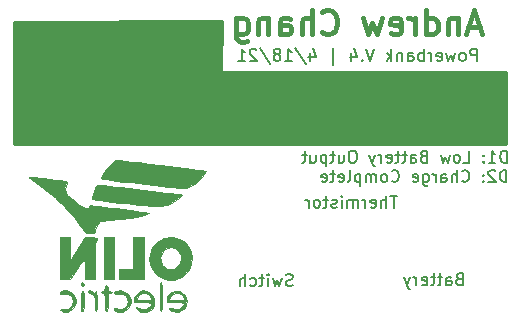
<source format=gbo>
%TF.GenerationSoftware,KiCad,Pcbnew,(5.1.8)-1*%
%TF.CreationDate,2021-04-18T19:42:35-04:00*%
%TF.ProjectId,AndrewPowerbank,416e6472-6577-4506-9f77-657262616e6b,rev?*%
%TF.SameCoordinates,Original*%
%TF.FileFunction,Legend,Bot*%
%TF.FilePolarity,Positive*%
%FSLAX46Y46*%
G04 Gerber Fmt 4.6, Leading zero omitted, Abs format (unit mm)*
G04 Created by KiCad (PCBNEW (5.1.8)-1) date 2021-04-18 19:42:35*
%MOMM*%
%LPD*%
G01*
G04 APERTURE LIST*
%ADD10C,0.150000*%
%ADD11C,0.127000*%
%ADD12C,0.381000*%
%ADD13C,0.010000*%
%ADD14C,0.254000*%
%ADD15C,0.100000*%
G04 APERTURE END LIST*
D10*
X77378533Y-87816180D02*
X77378533Y-86816180D01*
X77140438Y-86816180D01*
X76997580Y-86863800D01*
X76902342Y-86959038D01*
X76854723Y-87054276D01*
X76807104Y-87244752D01*
X76807104Y-87387609D01*
X76854723Y-87578085D01*
X76902342Y-87673323D01*
X76997580Y-87768561D01*
X77140438Y-87816180D01*
X77378533Y-87816180D01*
X75854723Y-87816180D02*
X76426152Y-87816180D01*
X76140438Y-87816180D02*
X76140438Y-86816180D01*
X76235676Y-86959038D01*
X76330914Y-87054276D01*
X76426152Y-87101895D01*
X75426152Y-87720942D02*
X75378533Y-87768561D01*
X75426152Y-87816180D01*
X75473771Y-87768561D01*
X75426152Y-87720942D01*
X75426152Y-87816180D01*
X75426152Y-87197133D02*
X75378533Y-87244752D01*
X75426152Y-87292371D01*
X75473771Y-87244752D01*
X75426152Y-87197133D01*
X75426152Y-87292371D01*
X73711866Y-87816180D02*
X74188057Y-87816180D01*
X74188057Y-86816180D01*
X73235676Y-87816180D02*
X73330914Y-87768561D01*
X73378533Y-87720942D01*
X73426152Y-87625704D01*
X73426152Y-87339990D01*
X73378533Y-87244752D01*
X73330914Y-87197133D01*
X73235676Y-87149514D01*
X73092819Y-87149514D01*
X72997580Y-87197133D01*
X72949961Y-87244752D01*
X72902342Y-87339990D01*
X72902342Y-87625704D01*
X72949961Y-87720942D01*
X72997580Y-87768561D01*
X73092819Y-87816180D01*
X73235676Y-87816180D01*
X72569009Y-87149514D02*
X72378533Y-87816180D01*
X72188057Y-87339990D01*
X71997580Y-87816180D01*
X71807104Y-87149514D01*
X70330914Y-87292371D02*
X70188057Y-87339990D01*
X70140438Y-87387609D01*
X70092819Y-87482847D01*
X70092819Y-87625704D01*
X70140438Y-87720942D01*
X70188057Y-87768561D01*
X70283295Y-87816180D01*
X70664247Y-87816180D01*
X70664247Y-86816180D01*
X70330914Y-86816180D01*
X70235676Y-86863800D01*
X70188057Y-86911419D01*
X70140438Y-87006657D01*
X70140438Y-87101895D01*
X70188057Y-87197133D01*
X70235676Y-87244752D01*
X70330914Y-87292371D01*
X70664247Y-87292371D01*
X69235676Y-87816180D02*
X69235676Y-87292371D01*
X69283295Y-87197133D01*
X69378533Y-87149514D01*
X69569009Y-87149514D01*
X69664247Y-87197133D01*
X69235676Y-87768561D02*
X69330914Y-87816180D01*
X69569009Y-87816180D01*
X69664247Y-87768561D01*
X69711866Y-87673323D01*
X69711866Y-87578085D01*
X69664247Y-87482847D01*
X69569009Y-87435228D01*
X69330914Y-87435228D01*
X69235676Y-87387609D01*
X68902342Y-87149514D02*
X68521390Y-87149514D01*
X68759485Y-86816180D02*
X68759485Y-87673323D01*
X68711866Y-87768561D01*
X68616628Y-87816180D01*
X68521390Y-87816180D01*
X68330914Y-87149514D02*
X67949961Y-87149514D01*
X68188057Y-86816180D02*
X68188057Y-87673323D01*
X68140438Y-87768561D01*
X68045200Y-87816180D01*
X67949961Y-87816180D01*
X67235676Y-87768561D02*
X67330914Y-87816180D01*
X67521390Y-87816180D01*
X67616628Y-87768561D01*
X67664247Y-87673323D01*
X67664247Y-87292371D01*
X67616628Y-87197133D01*
X67521390Y-87149514D01*
X67330914Y-87149514D01*
X67235676Y-87197133D01*
X67188057Y-87292371D01*
X67188057Y-87387609D01*
X67664247Y-87482847D01*
X66759485Y-87816180D02*
X66759485Y-87149514D01*
X66759485Y-87339990D02*
X66711866Y-87244752D01*
X66664247Y-87197133D01*
X66569009Y-87149514D01*
X66473771Y-87149514D01*
X66235676Y-87149514D02*
X65997580Y-87816180D01*
X65759485Y-87149514D02*
X65997580Y-87816180D01*
X66092819Y-88054276D01*
X66140438Y-88101895D01*
X66235676Y-88149514D01*
X64426152Y-86816180D02*
X64235676Y-86816180D01*
X64140438Y-86863800D01*
X64045200Y-86959038D01*
X63997580Y-87149514D01*
X63997580Y-87482847D01*
X64045200Y-87673323D01*
X64140438Y-87768561D01*
X64235676Y-87816180D01*
X64426152Y-87816180D01*
X64521390Y-87768561D01*
X64616628Y-87673323D01*
X64664247Y-87482847D01*
X64664247Y-87149514D01*
X64616628Y-86959038D01*
X64521390Y-86863800D01*
X64426152Y-86816180D01*
X63140438Y-87149514D02*
X63140438Y-87816180D01*
X63569009Y-87149514D02*
X63569009Y-87673323D01*
X63521390Y-87768561D01*
X63426152Y-87816180D01*
X63283295Y-87816180D01*
X63188057Y-87768561D01*
X63140438Y-87720942D01*
X62807104Y-87149514D02*
X62426152Y-87149514D01*
X62664247Y-86816180D02*
X62664247Y-87673323D01*
X62616628Y-87768561D01*
X62521390Y-87816180D01*
X62426152Y-87816180D01*
X62092819Y-87149514D02*
X62092819Y-88149514D01*
X62092819Y-87197133D02*
X61997580Y-87149514D01*
X61807104Y-87149514D01*
X61711866Y-87197133D01*
X61664247Y-87244752D01*
X61616628Y-87339990D01*
X61616628Y-87625704D01*
X61664247Y-87720942D01*
X61711866Y-87768561D01*
X61807104Y-87816180D01*
X61997580Y-87816180D01*
X62092819Y-87768561D01*
X60759485Y-87149514D02*
X60759485Y-87816180D01*
X61188057Y-87149514D02*
X61188057Y-87673323D01*
X61140438Y-87768561D01*
X61045200Y-87816180D01*
X60902342Y-87816180D01*
X60807104Y-87768561D01*
X60759485Y-87720942D01*
X60426152Y-87149514D02*
X60045200Y-87149514D01*
X60283295Y-86816180D02*
X60283295Y-87673323D01*
X60235676Y-87768561D01*
X60140438Y-87816180D01*
X60045200Y-87816180D01*
X77354723Y-89466180D02*
X77354723Y-88466180D01*
X77116628Y-88466180D01*
X76973771Y-88513800D01*
X76878533Y-88609038D01*
X76830914Y-88704276D01*
X76783295Y-88894752D01*
X76783295Y-89037609D01*
X76830914Y-89228085D01*
X76878533Y-89323323D01*
X76973771Y-89418561D01*
X77116628Y-89466180D01*
X77354723Y-89466180D01*
X76402342Y-88561419D02*
X76354723Y-88513800D01*
X76259485Y-88466180D01*
X76021390Y-88466180D01*
X75926152Y-88513800D01*
X75878533Y-88561419D01*
X75830914Y-88656657D01*
X75830914Y-88751895D01*
X75878533Y-88894752D01*
X76449961Y-89466180D01*
X75830914Y-89466180D01*
X75402342Y-89370942D02*
X75354723Y-89418561D01*
X75402342Y-89466180D01*
X75449961Y-89418561D01*
X75402342Y-89370942D01*
X75402342Y-89466180D01*
X75402342Y-88847133D02*
X75354723Y-88894752D01*
X75402342Y-88942371D01*
X75449961Y-88894752D01*
X75402342Y-88847133D01*
X75402342Y-88942371D01*
X73592819Y-89370942D02*
X73640438Y-89418561D01*
X73783295Y-89466180D01*
X73878533Y-89466180D01*
X74021390Y-89418561D01*
X74116628Y-89323323D01*
X74164247Y-89228085D01*
X74211866Y-89037609D01*
X74211866Y-88894752D01*
X74164247Y-88704276D01*
X74116628Y-88609038D01*
X74021390Y-88513800D01*
X73878533Y-88466180D01*
X73783295Y-88466180D01*
X73640438Y-88513800D01*
X73592819Y-88561419D01*
X73164247Y-89466180D02*
X73164247Y-88466180D01*
X72735676Y-89466180D02*
X72735676Y-88942371D01*
X72783295Y-88847133D01*
X72878533Y-88799514D01*
X73021390Y-88799514D01*
X73116628Y-88847133D01*
X73164247Y-88894752D01*
X71830914Y-89466180D02*
X71830914Y-88942371D01*
X71878533Y-88847133D01*
X71973771Y-88799514D01*
X72164247Y-88799514D01*
X72259485Y-88847133D01*
X71830914Y-89418561D02*
X71926152Y-89466180D01*
X72164247Y-89466180D01*
X72259485Y-89418561D01*
X72307104Y-89323323D01*
X72307104Y-89228085D01*
X72259485Y-89132847D01*
X72164247Y-89085228D01*
X71926152Y-89085228D01*
X71830914Y-89037609D01*
X71354723Y-89466180D02*
X71354723Y-88799514D01*
X71354723Y-88989990D02*
X71307104Y-88894752D01*
X71259485Y-88847133D01*
X71164247Y-88799514D01*
X71069009Y-88799514D01*
X70307104Y-88799514D02*
X70307104Y-89609038D01*
X70354723Y-89704276D01*
X70402342Y-89751895D01*
X70497580Y-89799514D01*
X70640438Y-89799514D01*
X70735676Y-89751895D01*
X70307104Y-89418561D02*
X70402342Y-89466180D01*
X70592819Y-89466180D01*
X70688057Y-89418561D01*
X70735676Y-89370942D01*
X70783295Y-89275704D01*
X70783295Y-88989990D01*
X70735676Y-88894752D01*
X70688057Y-88847133D01*
X70592819Y-88799514D01*
X70402342Y-88799514D01*
X70307104Y-88847133D01*
X69449961Y-89418561D02*
X69545200Y-89466180D01*
X69735676Y-89466180D01*
X69830914Y-89418561D01*
X69878533Y-89323323D01*
X69878533Y-88942371D01*
X69830914Y-88847133D01*
X69735676Y-88799514D01*
X69545200Y-88799514D01*
X69449961Y-88847133D01*
X69402342Y-88942371D01*
X69402342Y-89037609D01*
X69878533Y-89132847D01*
X67640438Y-89370942D02*
X67688057Y-89418561D01*
X67830914Y-89466180D01*
X67926152Y-89466180D01*
X68069009Y-89418561D01*
X68164247Y-89323323D01*
X68211866Y-89228085D01*
X68259485Y-89037609D01*
X68259485Y-88894752D01*
X68211866Y-88704276D01*
X68164247Y-88609038D01*
X68069009Y-88513800D01*
X67926152Y-88466180D01*
X67830914Y-88466180D01*
X67688057Y-88513800D01*
X67640438Y-88561419D01*
X67069009Y-89466180D02*
X67164247Y-89418561D01*
X67211866Y-89370942D01*
X67259485Y-89275704D01*
X67259485Y-88989990D01*
X67211866Y-88894752D01*
X67164247Y-88847133D01*
X67069009Y-88799514D01*
X66926152Y-88799514D01*
X66830914Y-88847133D01*
X66783295Y-88894752D01*
X66735676Y-88989990D01*
X66735676Y-89275704D01*
X66783295Y-89370942D01*
X66830914Y-89418561D01*
X66926152Y-89466180D01*
X67069009Y-89466180D01*
X66307104Y-89466180D02*
X66307104Y-88799514D01*
X66307104Y-88894752D02*
X66259485Y-88847133D01*
X66164247Y-88799514D01*
X66021390Y-88799514D01*
X65926152Y-88847133D01*
X65878533Y-88942371D01*
X65878533Y-89466180D01*
X65878533Y-88942371D02*
X65830914Y-88847133D01*
X65735676Y-88799514D01*
X65592819Y-88799514D01*
X65497580Y-88847133D01*
X65449961Y-88942371D01*
X65449961Y-89466180D01*
X64973771Y-88799514D02*
X64973771Y-89799514D01*
X64973771Y-88847133D02*
X64878533Y-88799514D01*
X64688057Y-88799514D01*
X64592819Y-88847133D01*
X64545200Y-88894752D01*
X64497580Y-88989990D01*
X64497580Y-89275704D01*
X64545200Y-89370942D01*
X64592819Y-89418561D01*
X64688057Y-89466180D01*
X64878533Y-89466180D01*
X64973771Y-89418561D01*
X63926152Y-89466180D02*
X64021390Y-89418561D01*
X64069009Y-89323323D01*
X64069009Y-88466180D01*
X63164247Y-89418561D02*
X63259485Y-89466180D01*
X63449961Y-89466180D01*
X63545200Y-89418561D01*
X63592819Y-89323323D01*
X63592819Y-88942371D01*
X63545200Y-88847133D01*
X63449961Y-88799514D01*
X63259485Y-88799514D01*
X63164247Y-88847133D01*
X63116628Y-88942371D01*
X63116628Y-89037609D01*
X63592819Y-89132847D01*
X62830914Y-88799514D02*
X62449961Y-88799514D01*
X62688057Y-88466180D02*
X62688057Y-89323323D01*
X62640438Y-89418561D01*
X62545200Y-89466180D01*
X62449961Y-89466180D01*
X61735676Y-89418561D02*
X61830914Y-89466180D01*
X62021390Y-89466180D01*
X62116628Y-89418561D01*
X62164247Y-89323323D01*
X62164247Y-88942371D01*
X62116628Y-88847133D01*
X62021390Y-88799514D01*
X61830914Y-88799514D01*
X61735676Y-88847133D01*
X61688057Y-88942371D01*
X61688057Y-89037609D01*
X62164247Y-89132847D01*
D11*
X68098246Y-90614379D02*
X67517675Y-90614379D01*
X67807960Y-91630379D02*
X67807960Y-90614379D01*
X67179008Y-91630379D02*
X67179008Y-90614379D01*
X66743580Y-91630379D02*
X66743580Y-91098188D01*
X66791960Y-91001426D01*
X66888722Y-90953045D01*
X67033865Y-90953045D01*
X67130627Y-91001426D01*
X67179008Y-91049807D01*
X65872722Y-91581998D02*
X65969484Y-91630379D01*
X66163008Y-91630379D01*
X66259770Y-91581998D01*
X66308151Y-91485236D01*
X66308151Y-91098188D01*
X66259770Y-91001426D01*
X66163008Y-90953045D01*
X65969484Y-90953045D01*
X65872722Y-91001426D01*
X65824341Y-91098188D01*
X65824341Y-91194950D01*
X66308151Y-91291712D01*
X65388913Y-91630379D02*
X65388913Y-90953045D01*
X65388913Y-91146569D02*
X65340532Y-91049807D01*
X65292151Y-91001426D01*
X65195389Y-90953045D01*
X65098627Y-90953045D01*
X64759960Y-91630379D02*
X64759960Y-90953045D01*
X64759960Y-91049807D02*
X64711580Y-91001426D01*
X64614818Y-90953045D01*
X64469675Y-90953045D01*
X64372913Y-91001426D01*
X64324532Y-91098188D01*
X64324532Y-91630379D01*
X64324532Y-91098188D02*
X64276151Y-91001426D01*
X64179389Y-90953045D01*
X64034246Y-90953045D01*
X63937484Y-91001426D01*
X63889103Y-91098188D01*
X63889103Y-91630379D01*
X63405294Y-91630379D02*
X63405294Y-90953045D01*
X63405294Y-90614379D02*
X63453675Y-90662760D01*
X63405294Y-90711140D01*
X63356913Y-90662760D01*
X63405294Y-90614379D01*
X63405294Y-90711140D01*
X62969865Y-91581998D02*
X62873103Y-91630379D01*
X62679580Y-91630379D01*
X62582818Y-91581998D01*
X62534437Y-91485236D01*
X62534437Y-91436855D01*
X62582818Y-91340093D01*
X62679580Y-91291712D01*
X62824722Y-91291712D01*
X62921484Y-91243331D01*
X62969865Y-91146569D01*
X62969865Y-91098188D01*
X62921484Y-91001426D01*
X62824722Y-90953045D01*
X62679580Y-90953045D01*
X62582818Y-91001426D01*
X62244151Y-90953045D02*
X61857103Y-90953045D01*
X62099008Y-90614379D02*
X62099008Y-91485236D01*
X62050627Y-91581998D01*
X61953865Y-91630379D01*
X61857103Y-91630379D01*
X61373294Y-91630379D02*
X61470056Y-91581998D01*
X61518437Y-91533617D01*
X61566818Y-91436855D01*
X61566818Y-91146569D01*
X61518437Y-91049807D01*
X61470056Y-91001426D01*
X61373294Y-90953045D01*
X61228151Y-90953045D01*
X61131389Y-91001426D01*
X61083008Y-91049807D01*
X61034627Y-91146569D01*
X61034627Y-91436855D01*
X61083008Y-91533617D01*
X61131389Y-91581998D01*
X61228151Y-91630379D01*
X61373294Y-91630379D01*
X60599199Y-91630379D02*
X60599199Y-90953045D01*
X60599199Y-91146569D02*
X60550818Y-91049807D01*
X60502437Y-91001426D01*
X60405675Y-90953045D01*
X60308913Y-90953045D01*
X59252394Y-98221558D02*
X59107251Y-98269939D01*
X58865346Y-98269939D01*
X58768584Y-98221558D01*
X58720203Y-98173177D01*
X58671822Y-98076415D01*
X58671822Y-97979653D01*
X58720203Y-97882891D01*
X58768584Y-97834510D01*
X58865346Y-97786129D01*
X59058870Y-97737748D01*
X59155632Y-97689367D01*
X59204013Y-97640986D01*
X59252394Y-97544224D01*
X59252394Y-97447462D01*
X59204013Y-97350700D01*
X59155632Y-97302320D01*
X59058870Y-97253939D01*
X58816965Y-97253939D01*
X58671822Y-97302320D01*
X58333156Y-97592605D02*
X58139632Y-98269939D01*
X57946108Y-97786129D01*
X57752584Y-98269939D01*
X57559060Y-97592605D01*
X57172013Y-98269939D02*
X57172013Y-97592605D01*
X57172013Y-97253939D02*
X57220394Y-97302320D01*
X57172013Y-97350700D01*
X57123632Y-97302320D01*
X57172013Y-97253939D01*
X57172013Y-97350700D01*
X56833346Y-97592605D02*
X56446299Y-97592605D01*
X56688203Y-97253939D02*
X56688203Y-98124796D01*
X56639822Y-98221558D01*
X56543060Y-98269939D01*
X56446299Y-98269939D01*
X55672203Y-98221558D02*
X55768965Y-98269939D01*
X55962489Y-98269939D01*
X56059251Y-98221558D01*
X56107632Y-98173177D01*
X56156013Y-98076415D01*
X56156013Y-97786129D01*
X56107632Y-97689367D01*
X56059251Y-97640986D01*
X55962489Y-97592605D01*
X55768965Y-97592605D01*
X55672203Y-97640986D01*
X55236775Y-98269939D02*
X55236775Y-97253939D01*
X54801346Y-98269939D02*
X54801346Y-97737748D01*
X54849727Y-97640986D01*
X54946489Y-97592605D01*
X55091632Y-97592605D01*
X55188394Y-97640986D01*
X55236775Y-97689367D01*
X73364271Y-97664088D02*
X73219128Y-97712469D01*
X73170747Y-97760850D01*
X73122366Y-97857612D01*
X73122366Y-98002755D01*
X73170747Y-98099517D01*
X73219128Y-98147898D01*
X73315890Y-98196279D01*
X73702938Y-98196279D01*
X73702938Y-97180279D01*
X73364271Y-97180279D01*
X73267509Y-97228660D01*
X73219128Y-97277040D01*
X73170747Y-97373802D01*
X73170747Y-97470564D01*
X73219128Y-97567326D01*
X73267509Y-97615707D01*
X73364271Y-97664088D01*
X73702938Y-97664088D01*
X72251509Y-98196279D02*
X72251509Y-97664088D01*
X72299890Y-97567326D01*
X72396652Y-97518945D01*
X72590176Y-97518945D01*
X72686938Y-97567326D01*
X72251509Y-98147898D02*
X72348271Y-98196279D01*
X72590176Y-98196279D01*
X72686938Y-98147898D01*
X72735319Y-98051136D01*
X72735319Y-97954374D01*
X72686938Y-97857612D01*
X72590176Y-97809231D01*
X72348271Y-97809231D01*
X72251509Y-97760850D01*
X71912842Y-97518945D02*
X71525795Y-97518945D01*
X71767700Y-97180279D02*
X71767700Y-98051136D01*
X71719319Y-98147898D01*
X71622557Y-98196279D01*
X71525795Y-98196279D01*
X71332271Y-97518945D02*
X70945223Y-97518945D01*
X71187128Y-97180279D02*
X71187128Y-98051136D01*
X71138747Y-98147898D01*
X71041985Y-98196279D01*
X70945223Y-98196279D01*
X70219509Y-98147898D02*
X70316271Y-98196279D01*
X70509795Y-98196279D01*
X70606557Y-98147898D01*
X70654938Y-98051136D01*
X70654938Y-97664088D01*
X70606557Y-97567326D01*
X70509795Y-97518945D01*
X70316271Y-97518945D01*
X70219509Y-97567326D01*
X70171128Y-97664088D01*
X70171128Y-97760850D01*
X70654938Y-97857612D01*
X69735700Y-98196279D02*
X69735700Y-97518945D01*
X69735700Y-97712469D02*
X69687319Y-97615707D01*
X69638938Y-97567326D01*
X69542176Y-97518945D01*
X69445414Y-97518945D01*
X69203509Y-97518945D02*
X68961604Y-98196279D01*
X68719700Y-97518945D02*
X68961604Y-98196279D01*
X69058366Y-98438183D01*
X69106747Y-98486564D01*
X69203509Y-98534945D01*
X74857428Y-79199619D02*
X74857428Y-78183619D01*
X74470380Y-78183619D01*
X74373619Y-78232000D01*
X74325238Y-78280380D01*
X74276857Y-78377142D01*
X74276857Y-78522285D01*
X74325238Y-78619047D01*
X74373619Y-78667428D01*
X74470380Y-78715809D01*
X74857428Y-78715809D01*
X73696285Y-79199619D02*
X73793047Y-79151238D01*
X73841428Y-79102857D01*
X73889809Y-79006095D01*
X73889809Y-78715809D01*
X73841428Y-78619047D01*
X73793047Y-78570666D01*
X73696285Y-78522285D01*
X73551142Y-78522285D01*
X73454380Y-78570666D01*
X73406000Y-78619047D01*
X73357619Y-78715809D01*
X73357619Y-79006095D01*
X73406000Y-79102857D01*
X73454380Y-79151238D01*
X73551142Y-79199619D01*
X73696285Y-79199619D01*
X73018952Y-78522285D02*
X72825428Y-79199619D01*
X72631904Y-78715809D01*
X72438380Y-79199619D01*
X72244857Y-78522285D01*
X71470761Y-79151238D02*
X71567523Y-79199619D01*
X71761047Y-79199619D01*
X71857809Y-79151238D01*
X71906190Y-79054476D01*
X71906190Y-78667428D01*
X71857809Y-78570666D01*
X71761047Y-78522285D01*
X71567523Y-78522285D01*
X71470761Y-78570666D01*
X71422380Y-78667428D01*
X71422380Y-78764190D01*
X71906190Y-78860952D01*
X70986952Y-79199619D02*
X70986952Y-78522285D01*
X70986952Y-78715809D02*
X70938571Y-78619047D01*
X70890190Y-78570666D01*
X70793428Y-78522285D01*
X70696666Y-78522285D01*
X70358000Y-79199619D02*
X70358000Y-78183619D01*
X70358000Y-78570666D02*
X70261238Y-78522285D01*
X70067714Y-78522285D01*
X69970952Y-78570666D01*
X69922571Y-78619047D01*
X69874190Y-78715809D01*
X69874190Y-79006095D01*
X69922571Y-79102857D01*
X69970952Y-79151238D01*
X70067714Y-79199619D01*
X70261238Y-79199619D01*
X70358000Y-79151238D01*
X69003333Y-79199619D02*
X69003333Y-78667428D01*
X69051714Y-78570666D01*
X69148476Y-78522285D01*
X69342000Y-78522285D01*
X69438761Y-78570666D01*
X69003333Y-79151238D02*
X69100095Y-79199619D01*
X69342000Y-79199619D01*
X69438761Y-79151238D01*
X69487142Y-79054476D01*
X69487142Y-78957714D01*
X69438761Y-78860952D01*
X69342000Y-78812571D01*
X69100095Y-78812571D01*
X69003333Y-78764190D01*
X68519523Y-78522285D02*
X68519523Y-79199619D01*
X68519523Y-78619047D02*
X68471142Y-78570666D01*
X68374380Y-78522285D01*
X68229238Y-78522285D01*
X68132476Y-78570666D01*
X68084095Y-78667428D01*
X68084095Y-79199619D01*
X67600285Y-79199619D02*
X67600285Y-78183619D01*
X67503523Y-78812571D02*
X67213238Y-79199619D01*
X67213238Y-78522285D02*
X67600285Y-78909333D01*
X66148857Y-78183619D02*
X65810190Y-79199619D01*
X65471523Y-78183619D01*
X65132857Y-79102857D02*
X65084476Y-79151238D01*
X65132857Y-79199619D01*
X65181238Y-79151238D01*
X65132857Y-79102857D01*
X65132857Y-79199619D01*
X64213619Y-78522285D02*
X64213619Y-79199619D01*
X64455523Y-78135238D02*
X64697428Y-78860952D01*
X64068476Y-78860952D01*
X62665428Y-79538285D02*
X62665428Y-78086857D01*
X60730190Y-78522285D02*
X60730190Y-79199619D01*
X60972095Y-78135238D02*
X61214000Y-78860952D01*
X60585047Y-78860952D01*
X59472285Y-78135238D02*
X60343142Y-79441523D01*
X58601428Y-79199619D02*
X59182000Y-79199619D01*
X58891714Y-79199619D02*
X58891714Y-78183619D01*
X58988476Y-78328761D01*
X59085238Y-78425523D01*
X59182000Y-78473904D01*
X58020857Y-78619047D02*
X58117619Y-78570666D01*
X58166000Y-78522285D01*
X58214380Y-78425523D01*
X58214380Y-78377142D01*
X58166000Y-78280380D01*
X58117619Y-78232000D01*
X58020857Y-78183619D01*
X57827333Y-78183619D01*
X57730571Y-78232000D01*
X57682190Y-78280380D01*
X57633809Y-78377142D01*
X57633809Y-78425523D01*
X57682190Y-78522285D01*
X57730571Y-78570666D01*
X57827333Y-78619047D01*
X58020857Y-78619047D01*
X58117619Y-78667428D01*
X58166000Y-78715809D01*
X58214380Y-78812571D01*
X58214380Y-79006095D01*
X58166000Y-79102857D01*
X58117619Y-79151238D01*
X58020857Y-79199619D01*
X57827333Y-79199619D01*
X57730571Y-79151238D01*
X57682190Y-79102857D01*
X57633809Y-79006095D01*
X57633809Y-78812571D01*
X57682190Y-78715809D01*
X57730571Y-78667428D01*
X57827333Y-78619047D01*
X56472666Y-78135238D02*
X57343523Y-79441523D01*
X56182380Y-78280380D02*
X56134000Y-78232000D01*
X56037238Y-78183619D01*
X55795333Y-78183619D01*
X55698571Y-78232000D01*
X55650190Y-78280380D01*
X55601809Y-78377142D01*
X55601809Y-78473904D01*
X55650190Y-78619047D01*
X56230761Y-79199619D01*
X55601809Y-79199619D01*
X54634190Y-79199619D02*
X55214761Y-79199619D01*
X54924476Y-79199619D02*
X54924476Y-78183619D01*
X55021238Y-78328761D01*
X55118000Y-78425523D01*
X55214761Y-78473904D01*
D12*
X75098123Y-76360866D02*
X74130504Y-76360866D01*
X75291647Y-76941438D02*
X74614314Y-74909438D01*
X73936980Y-76941438D01*
X73259647Y-75586771D02*
X73259647Y-76941438D01*
X73259647Y-75780295D02*
X73162885Y-75683533D01*
X72969361Y-75586771D01*
X72679076Y-75586771D01*
X72485552Y-75683533D01*
X72388790Y-75877057D01*
X72388790Y-76941438D01*
X70550314Y-76941438D02*
X70550314Y-74909438D01*
X70550314Y-76844676D02*
X70743838Y-76941438D01*
X71130885Y-76941438D01*
X71324409Y-76844676D01*
X71421171Y-76747914D01*
X71517933Y-76554390D01*
X71517933Y-75973819D01*
X71421171Y-75780295D01*
X71324409Y-75683533D01*
X71130885Y-75586771D01*
X70743838Y-75586771D01*
X70550314Y-75683533D01*
X69582695Y-76941438D02*
X69582695Y-75586771D01*
X69582695Y-75973819D02*
X69485933Y-75780295D01*
X69389171Y-75683533D01*
X69195647Y-75586771D01*
X69002123Y-75586771D01*
X67550695Y-76844676D02*
X67744219Y-76941438D01*
X68131266Y-76941438D01*
X68324790Y-76844676D01*
X68421552Y-76651152D01*
X68421552Y-75877057D01*
X68324790Y-75683533D01*
X68131266Y-75586771D01*
X67744219Y-75586771D01*
X67550695Y-75683533D01*
X67453933Y-75877057D01*
X67453933Y-76070580D01*
X68421552Y-76264104D01*
X66776600Y-75586771D02*
X66389552Y-76941438D01*
X66002504Y-75973819D01*
X65615457Y-76941438D01*
X65228409Y-75586771D01*
X61744980Y-76747914D02*
X61841742Y-76844676D01*
X62132028Y-76941438D01*
X62325552Y-76941438D01*
X62615838Y-76844676D01*
X62809361Y-76651152D01*
X62906123Y-76457628D01*
X63002885Y-76070580D01*
X63002885Y-75780295D01*
X62906123Y-75393247D01*
X62809361Y-75199723D01*
X62615838Y-75006200D01*
X62325552Y-74909438D01*
X62132028Y-74909438D01*
X61841742Y-75006200D01*
X61744980Y-75102961D01*
X60874123Y-76941438D02*
X60874123Y-74909438D01*
X60003266Y-76941438D02*
X60003266Y-75877057D01*
X60100028Y-75683533D01*
X60293552Y-75586771D01*
X60583838Y-75586771D01*
X60777361Y-75683533D01*
X60874123Y-75780295D01*
X58164790Y-76941438D02*
X58164790Y-75877057D01*
X58261552Y-75683533D01*
X58455076Y-75586771D01*
X58842123Y-75586771D01*
X59035647Y-75683533D01*
X58164790Y-76844676D02*
X58358314Y-76941438D01*
X58842123Y-76941438D01*
X59035647Y-76844676D01*
X59132409Y-76651152D01*
X59132409Y-76457628D01*
X59035647Y-76264104D01*
X58842123Y-76167342D01*
X58358314Y-76167342D01*
X58164790Y-76070580D01*
X57197171Y-75586771D02*
X57197171Y-76941438D01*
X57197171Y-75780295D02*
X57100409Y-75683533D01*
X56906885Y-75586771D01*
X56616600Y-75586771D01*
X56423076Y-75683533D01*
X56326314Y-75877057D01*
X56326314Y-76941438D01*
X54487838Y-75586771D02*
X54487838Y-77231723D01*
X54584600Y-77425247D01*
X54681361Y-77522009D01*
X54874885Y-77618771D01*
X55165171Y-77618771D01*
X55358695Y-77522009D01*
X54487838Y-76844676D02*
X54681361Y-76941438D01*
X55068409Y-76941438D01*
X55261933Y-76844676D01*
X55358695Y-76747914D01*
X55455457Y-76554390D01*
X55455457Y-75973819D01*
X55358695Y-75780295D01*
X55261933Y-75683533D01*
X55068409Y-75586771D01*
X54681361Y-75586771D01*
X54487838Y-75683533D01*
D13*
%TO.C,G\u002A\u002A\u002A*%
G36*
X49337268Y-98662934D02*
G01*
X48991491Y-98777067D01*
X48738191Y-98996087D01*
X48608836Y-99288444D01*
X48598667Y-99403388D01*
X48598667Y-99652667D01*
X49318333Y-99652667D01*
X49714430Y-99664317D01*
X49953924Y-99705379D01*
X50048329Y-99785013D01*
X50009161Y-99912384D01*
X49860548Y-100084119D01*
X49628996Y-100205888D01*
X49312919Y-100226331D01*
X48965058Y-100143276D01*
X48916167Y-100122977D01*
X48794856Y-100108126D01*
X48768000Y-100189962D01*
X48846680Y-100304792D01*
X49059107Y-100402556D01*
X49085500Y-100410215D01*
X49345626Y-100476132D01*
X49516504Y-100486217D01*
X49671124Y-100433136D01*
X49842097Y-100334214D01*
X50120345Y-100106892D01*
X50260488Y-99826159D01*
X50292000Y-99522766D01*
X50264316Y-99327122D01*
X50038000Y-99327122D01*
X50019339Y-99407363D01*
X49940339Y-99454469D01*
X49766475Y-99476935D01*
X49463224Y-99483253D01*
X49403000Y-99483333D01*
X49099450Y-99478637D01*
X48874910Y-99466214D01*
X48770767Y-99448565D01*
X48768000Y-99444984D01*
X48799381Y-99348183D01*
X48867182Y-99188954D01*
X49028529Y-98998076D01*
X49264485Y-98899274D01*
X49529223Y-98887139D01*
X49776917Y-98956264D01*
X49961739Y-99101241D01*
X50037864Y-99316661D01*
X50038000Y-99327122D01*
X50264316Y-99327122D01*
X50257925Y-99281962D01*
X50133207Y-99066735D01*
X49993303Y-98913702D01*
X49796969Y-98734198D01*
X49638056Y-98655671D01*
X49443968Y-98650371D01*
X49337268Y-98662934D01*
G37*
X49337268Y-98662934D02*
X48991491Y-98777067D01*
X48738191Y-98996087D01*
X48608836Y-99288444D01*
X48598667Y-99403388D01*
X48598667Y-99652667D01*
X49318333Y-99652667D01*
X49714430Y-99664317D01*
X49953924Y-99705379D01*
X50048329Y-99785013D01*
X50009161Y-99912384D01*
X49860548Y-100084119D01*
X49628996Y-100205888D01*
X49312919Y-100226331D01*
X48965058Y-100143276D01*
X48916167Y-100122977D01*
X48794856Y-100108126D01*
X48768000Y-100189962D01*
X48846680Y-100304792D01*
X49059107Y-100402556D01*
X49085500Y-100410215D01*
X49345626Y-100476132D01*
X49516504Y-100486217D01*
X49671124Y-100433136D01*
X49842097Y-100334214D01*
X50120345Y-100106892D01*
X50260488Y-99826159D01*
X50292000Y-99522766D01*
X50264316Y-99327122D01*
X50038000Y-99327122D01*
X50019339Y-99407363D01*
X49940339Y-99454469D01*
X49766475Y-99476935D01*
X49463224Y-99483253D01*
X49403000Y-99483333D01*
X49099450Y-99478637D01*
X48874910Y-99466214D01*
X48770767Y-99448565D01*
X48768000Y-99444984D01*
X48799381Y-99348183D01*
X48867182Y-99188954D01*
X49028529Y-98998076D01*
X49264485Y-98899274D01*
X49529223Y-98887139D01*
X49776917Y-98956264D01*
X49961739Y-99101241D01*
X50037864Y-99316661D01*
X50038000Y-99327122D01*
X50264316Y-99327122D01*
X50257925Y-99281962D01*
X50133207Y-99066735D01*
X49993303Y-98913702D01*
X49796969Y-98734198D01*
X49638056Y-98655671D01*
X49443968Y-98650371D01*
X49337268Y-98662934D01*
G36*
X46382538Y-98706188D02*
G01*
X46134661Y-98881753D01*
X45928323Y-99114749D01*
X45813776Y-99356244D01*
X45804667Y-99432533D01*
X45804667Y-99652667D01*
X46566667Y-99652667D01*
X46953186Y-99662109D01*
X47212344Y-99688977D01*
X47325284Y-99731079D01*
X47328667Y-99741182D01*
X47273598Y-99856111D01*
X47139180Y-100018840D01*
X47120849Y-100037515D01*
X46843472Y-100205031D01*
X46516651Y-100240931D01*
X46203376Y-100140221D01*
X46162172Y-100113532D01*
X46026319Y-100029174D01*
X45978838Y-100050057D01*
X45974000Y-100117852D01*
X46045868Y-100228565D01*
X46221582Y-100350142D01*
X46441309Y-100450064D01*
X46645212Y-100495810D01*
X46669781Y-100496019D01*
X46816648Y-100461827D01*
X47031023Y-100382737D01*
X47056669Y-100371774D01*
X47336636Y-100174025D01*
X47495364Y-99902379D01*
X47541552Y-99591520D01*
X47502327Y-99376948D01*
X47323505Y-99376948D01*
X47212612Y-99446950D01*
X46954912Y-99478319D01*
X46693667Y-99483333D01*
X46367488Y-99478742D01*
X46175999Y-99459308D01*
X46084675Y-99416538D01*
X46058992Y-99341937D01*
X46058667Y-99327122D01*
X46130692Y-99108172D01*
X46315875Y-98956701D01*
X46567876Y-98883314D01*
X46840357Y-98898617D01*
X47086978Y-99013217D01*
X47156035Y-99075965D01*
X47300382Y-99257043D01*
X47323505Y-99376948D01*
X47502327Y-99376948D01*
X47483897Y-99276137D01*
X47331095Y-98990916D01*
X47091845Y-98770544D01*
X46774842Y-98649708D01*
X46621700Y-98636983D01*
X46382538Y-98706188D01*
G37*
X46382538Y-98706188D02*
X46134661Y-98881753D01*
X45928323Y-99114749D01*
X45813776Y-99356244D01*
X45804667Y-99432533D01*
X45804667Y-99652667D01*
X46566667Y-99652667D01*
X46953186Y-99662109D01*
X47212344Y-99688977D01*
X47325284Y-99731079D01*
X47328667Y-99741182D01*
X47273598Y-99856111D01*
X47139180Y-100018840D01*
X47120849Y-100037515D01*
X46843472Y-100205031D01*
X46516651Y-100240931D01*
X46203376Y-100140221D01*
X46162172Y-100113532D01*
X46026319Y-100029174D01*
X45978838Y-100050057D01*
X45974000Y-100117852D01*
X46045868Y-100228565D01*
X46221582Y-100350142D01*
X46441309Y-100450064D01*
X46645212Y-100495810D01*
X46669781Y-100496019D01*
X46816648Y-100461827D01*
X47031023Y-100382737D01*
X47056669Y-100371774D01*
X47336636Y-100174025D01*
X47495364Y-99902379D01*
X47541552Y-99591520D01*
X47502327Y-99376948D01*
X47323505Y-99376948D01*
X47212612Y-99446950D01*
X46954912Y-99478319D01*
X46693667Y-99483333D01*
X46367488Y-99478742D01*
X46175999Y-99459308D01*
X46084675Y-99416538D01*
X46058992Y-99341937D01*
X46058667Y-99327122D01*
X46130692Y-99108172D01*
X46315875Y-98956701D01*
X46567876Y-98883314D01*
X46840357Y-98898617D01*
X47086978Y-99013217D01*
X47156035Y-99075965D01*
X47300382Y-99257043D01*
X47323505Y-99376948D01*
X47502327Y-99376948D01*
X47483897Y-99276137D01*
X47331095Y-98990916D01*
X47091845Y-98770544D01*
X46774842Y-98649708D01*
X46621700Y-98636983D01*
X46382538Y-98706188D01*
G36*
X44356528Y-98692103D02*
G01*
X44316521Y-98708880D01*
X44144314Y-98813377D01*
X44131121Y-98887815D01*
X44267774Y-98921854D01*
X44495895Y-98911187D01*
X44862527Y-98931098D01*
X45123850Y-99078694D01*
X45269287Y-99345185D01*
X45296667Y-99576613D01*
X45223769Y-99882594D01*
X45031952Y-100108038D01*
X44761530Y-100230015D01*
X44452818Y-100225593D01*
X44275101Y-100157688D01*
X44147415Y-100113852D01*
X44111411Y-100187469D01*
X44111333Y-100195024D01*
X44134306Y-100308308D01*
X44232237Y-100379119D01*
X44448648Y-100435985D01*
X44492333Y-100444744D01*
X44762989Y-100444801D01*
X45010637Y-100378688D01*
X45329957Y-100157809D01*
X45510542Y-99841645D01*
X45550667Y-99555657D01*
X45477281Y-99217558D01*
X45282745Y-98935786D01*
X45005488Y-98736707D01*
X44683939Y-98646690D01*
X44356528Y-98692103D01*
G37*
X44356528Y-98692103D02*
X44316521Y-98708880D01*
X44144314Y-98813377D01*
X44131121Y-98887815D01*
X44267774Y-98921854D01*
X44495895Y-98911187D01*
X44862527Y-98931098D01*
X45123850Y-99078694D01*
X45269287Y-99345185D01*
X45296667Y-99576613D01*
X45223769Y-99882594D01*
X45031952Y-100108038D01*
X44761530Y-100230015D01*
X44452818Y-100225593D01*
X44275101Y-100157688D01*
X44147415Y-100113852D01*
X44111411Y-100187469D01*
X44111333Y-100195024D01*
X44134306Y-100308308D01*
X44232237Y-100379119D01*
X44448648Y-100435985D01*
X44492333Y-100444744D01*
X44762989Y-100444801D01*
X45010637Y-100378688D01*
X45329957Y-100157809D01*
X45510542Y-99841645D01*
X45550667Y-99555657D01*
X45477281Y-99217558D01*
X45282745Y-98935786D01*
X45005488Y-98736707D01*
X44683939Y-98646690D01*
X44356528Y-98692103D01*
G36*
X39673258Y-98688058D02*
G01*
X39556496Y-98792136D01*
X39539333Y-98855275D01*
X39592485Y-98931498D01*
X39769204Y-98924969D01*
X39790219Y-98920923D01*
X40161753Y-98908926D01*
X40444454Y-99035616D01*
X40597923Y-99229829D01*
X40684248Y-99552563D01*
X40602673Y-99857873D01*
X40424533Y-100079570D01*
X40246782Y-100204975D01*
X40039882Y-100237097D01*
X39881363Y-100222655D01*
X39645474Y-100214423D01*
X39547271Y-100258818D01*
X39597997Y-100338361D01*
X39756512Y-100416762D01*
X39935328Y-100478192D01*
X40066623Y-100484497D01*
X40230999Y-100430405D01*
X40353971Y-100377674D01*
X40672082Y-100159162D01*
X40852017Y-99843509D01*
X40894000Y-99540694D01*
X40818344Y-99198059D01*
X40617383Y-98915052D01*
X40330124Y-98718919D01*
X39995578Y-98636907D01*
X39673258Y-98688058D01*
G37*
X39673258Y-98688058D02*
X39556496Y-98792136D01*
X39539333Y-98855275D01*
X39592485Y-98931498D01*
X39769204Y-98924969D01*
X39790219Y-98920923D01*
X40161753Y-98908926D01*
X40444454Y-99035616D01*
X40597923Y-99229829D01*
X40684248Y-99552563D01*
X40602673Y-99857873D01*
X40424533Y-100079570D01*
X40246782Y-100204975D01*
X40039882Y-100237097D01*
X39881363Y-100222655D01*
X39645474Y-100214423D01*
X39547271Y-100258818D01*
X39597997Y-100338361D01*
X39756512Y-100416762D01*
X39935328Y-100478192D01*
X40066623Y-100484497D01*
X40230999Y-100430405D01*
X40353971Y-100377674D01*
X40672082Y-100159162D01*
X40852017Y-99843509D01*
X40894000Y-99540694D01*
X40818344Y-99198059D01*
X40617383Y-98915052D01*
X40330124Y-98718919D01*
X39995578Y-98636907D01*
X39673258Y-98688058D01*
G36*
X48055760Y-98041396D02*
G01*
X48029321Y-98277491D01*
X48012394Y-98652484D01*
X48006024Y-99151235D01*
X48006000Y-99187000D01*
X48011660Y-99693154D01*
X48027942Y-100076516D01*
X48053804Y-100321951D01*
X48088200Y-100414321D01*
X48090667Y-100414667D01*
X48125574Y-100332604D01*
X48152013Y-100096508D01*
X48168939Y-99721516D01*
X48175310Y-99222764D01*
X48175333Y-99187000D01*
X48169674Y-98680846D01*
X48153392Y-98297483D01*
X48127530Y-98052048D01*
X48093133Y-97959679D01*
X48090667Y-97959333D01*
X48055760Y-98041396D01*
G37*
X48055760Y-98041396D02*
X48029321Y-98277491D01*
X48012394Y-98652484D01*
X48006024Y-99151235D01*
X48006000Y-99187000D01*
X48011660Y-99693154D01*
X48027942Y-100076516D01*
X48053804Y-100321951D01*
X48088200Y-100414321D01*
X48090667Y-100414667D01*
X48125574Y-100332604D01*
X48152013Y-100096508D01*
X48168939Y-99721516D01*
X48175310Y-99222764D01*
X48175333Y-99187000D01*
X48169674Y-98680846D01*
X48153392Y-98297483D01*
X48127530Y-98052048D01*
X48093133Y-97959679D01*
X48090667Y-97959333D01*
X48055760Y-98041396D01*
G36*
X43375507Y-98289061D02*
G01*
X43349333Y-98467333D01*
X43322723Y-98653253D01*
X43223712Y-98718713D01*
X43180000Y-98721333D01*
X43042420Y-98756789D01*
X43010667Y-98806000D01*
X43081579Y-98874790D01*
X43180000Y-98890667D01*
X43260452Y-98903399D01*
X43310444Y-98963082D01*
X43337137Y-99101946D01*
X43347694Y-99352219D01*
X43349333Y-99652667D01*
X43354283Y-100024416D01*
X43372346Y-100255974D01*
X43408345Y-100376278D01*
X43467104Y-100414265D01*
X43476333Y-100414667D01*
X43538292Y-100384971D01*
X43576885Y-100276594D01*
X43596935Y-100060597D01*
X43603267Y-99708041D01*
X43603333Y-99652667D01*
X43606163Y-99290632D01*
X43619426Y-99065669D01*
X43650285Y-98945550D01*
X43705901Y-98898046D01*
X43772667Y-98890667D01*
X43910247Y-98855210D01*
X43942000Y-98806000D01*
X43871088Y-98737210D01*
X43772667Y-98721333D01*
X43648720Y-98681417D01*
X43605080Y-98532900D01*
X43603333Y-98467333D01*
X43565469Y-98265681D01*
X43476333Y-98213333D01*
X43375507Y-98289061D01*
G37*
X43375507Y-98289061D02*
X43349333Y-98467333D01*
X43322723Y-98653253D01*
X43223712Y-98718713D01*
X43180000Y-98721333D01*
X43042420Y-98756789D01*
X43010667Y-98806000D01*
X43081579Y-98874790D01*
X43180000Y-98890667D01*
X43260452Y-98903399D01*
X43310444Y-98963082D01*
X43337137Y-99101946D01*
X43347694Y-99352219D01*
X43349333Y-99652667D01*
X43354283Y-100024416D01*
X43372346Y-100255974D01*
X43408345Y-100376278D01*
X43467104Y-100414265D01*
X43476333Y-100414667D01*
X43538292Y-100384971D01*
X43576885Y-100276594D01*
X43596935Y-100060597D01*
X43603267Y-99708041D01*
X43603333Y-99652667D01*
X43606163Y-99290632D01*
X43619426Y-99065669D01*
X43650285Y-98945550D01*
X43705901Y-98898046D01*
X43772667Y-98890667D01*
X43910247Y-98855210D01*
X43942000Y-98806000D01*
X43871088Y-98737210D01*
X43772667Y-98721333D01*
X43648720Y-98681417D01*
X43605080Y-98532900D01*
X43603333Y-98467333D01*
X43565469Y-98265681D01*
X43476333Y-98213333D01*
X43375507Y-98289061D01*
G36*
X41914814Y-98725512D02*
G01*
X41910000Y-98763667D01*
X41983438Y-98865909D01*
X42118688Y-98890667D01*
X42296200Y-98933850D01*
X42413517Y-99077382D01*
X42479338Y-99342237D01*
X42502363Y-99749387D01*
X42502667Y-99816434D01*
X42513759Y-100122581D01*
X42543531Y-100334373D01*
X42586723Y-100414653D01*
X42587333Y-100414667D01*
X42626665Y-100334171D01*
X42655102Y-100108950D01*
X42670203Y-99763397D01*
X42672000Y-99568000D01*
X42663951Y-99174680D01*
X42641428Y-98890316D01*
X42606873Y-98739305D01*
X42587333Y-98721333D01*
X42507276Y-98787369D01*
X42502667Y-98819122D01*
X42453759Y-98849390D01*
X42347833Y-98776789D01*
X42164633Y-98663687D01*
X42003325Y-98646086D01*
X41914814Y-98725512D01*
G37*
X41914814Y-98725512D02*
X41910000Y-98763667D01*
X41983438Y-98865909D01*
X42118688Y-98890667D01*
X42296200Y-98933850D01*
X42413517Y-99077382D01*
X42479338Y-99342237D01*
X42502363Y-99749387D01*
X42502667Y-99816434D01*
X42513759Y-100122581D01*
X42543531Y-100334373D01*
X42586723Y-100414653D01*
X42587333Y-100414667D01*
X42626665Y-100334171D01*
X42655102Y-100108950D01*
X42670203Y-99763397D01*
X42672000Y-99568000D01*
X42663951Y-99174680D01*
X42641428Y-98890316D01*
X42606873Y-98739305D01*
X42587333Y-98721333D01*
X42507276Y-98787369D01*
X42502667Y-98819122D01*
X42453759Y-98849390D01*
X42347833Y-98776789D01*
X42164633Y-98663687D01*
X42003325Y-98646086D01*
X41914814Y-98725512D01*
G36*
X41385111Y-98749311D02*
G01*
X41347089Y-98851814D01*
X41326089Y-99056693D01*
X41317935Y-99391801D01*
X41317333Y-99568000D01*
X41321530Y-99962818D01*
X41336906Y-100216300D01*
X41367638Y-100356296D01*
X41417904Y-100410660D01*
X41444333Y-100414667D01*
X41503556Y-100386688D01*
X41541578Y-100284185D01*
X41562578Y-100079306D01*
X41570732Y-99744199D01*
X41571333Y-99568000D01*
X41567137Y-99173182D01*
X41551761Y-98919700D01*
X41521029Y-98779703D01*
X41470763Y-98725340D01*
X41444333Y-98721333D01*
X41385111Y-98749311D01*
G37*
X41385111Y-98749311D02*
X41347089Y-98851814D01*
X41326089Y-99056693D01*
X41317935Y-99391801D01*
X41317333Y-99568000D01*
X41321530Y-99962818D01*
X41336906Y-100216300D01*
X41367638Y-100356296D01*
X41417904Y-100410660D01*
X41444333Y-100414667D01*
X41503556Y-100386688D01*
X41541578Y-100284185D01*
X41562578Y-100079306D01*
X41570732Y-99744199D01*
X41571333Y-99568000D01*
X41567137Y-99173182D01*
X41551761Y-98919700D01*
X41521029Y-98779703D01*
X41470763Y-98725340D01*
X41444333Y-98721333D01*
X41385111Y-98749311D01*
G36*
X41332027Y-98024545D02*
G01*
X41317333Y-98081336D01*
X41364205Y-98219919D01*
X41464233Y-98267024D01*
X41517191Y-98239254D01*
X41572223Y-98104650D01*
X41521620Y-97987001D01*
X41444333Y-97959333D01*
X41332027Y-98024545D01*
G37*
X41332027Y-98024545D02*
X41317333Y-98081336D01*
X41364205Y-98219919D01*
X41464233Y-98267024D01*
X41517191Y-98239254D01*
X41572223Y-98104650D01*
X41521620Y-97987001D01*
X41444333Y-97959333D01*
X41332027Y-98024545D01*
G36*
X48391187Y-94198908D02*
G01*
X47918972Y-94416496D01*
X47540455Y-94754977D01*
X47275400Y-95194581D01*
X47143573Y-95715535D01*
X47132520Y-95927333D01*
X47208867Y-96467242D01*
X47422977Y-96934749D01*
X47752452Y-97312431D01*
X48174895Y-97582863D01*
X48667908Y-97728622D01*
X49209095Y-97732284D01*
X49406740Y-97696543D01*
X49873536Y-97506867D01*
X50255322Y-97186739D01*
X50533315Y-96761555D01*
X50688732Y-96256708D01*
X50710284Y-95989842D01*
X49825176Y-95989842D01*
X49731483Y-96332587D01*
X49526007Y-96615802D01*
X49233996Y-96802604D01*
X48937333Y-96858034D01*
X48720321Y-96813910D01*
X48477773Y-96706581D01*
X48459229Y-96695569D01*
X48202506Y-96454875D01*
X48072894Y-96152149D01*
X48060028Y-95824223D01*
X48153543Y-95507929D01*
X48343073Y-95240100D01*
X48618254Y-95057567D01*
X48937333Y-94996633D01*
X49257377Y-95072651D01*
X49548608Y-95271505D01*
X49752112Y-95549396D01*
X49781838Y-95624447D01*
X49825176Y-95989842D01*
X50710284Y-95989842D01*
X50715333Y-95927333D01*
X50641566Y-95365854D01*
X50430879Y-94889324D01*
X50099192Y-94513912D01*
X49662430Y-94255783D01*
X49136512Y-94131105D01*
X48937333Y-94121985D01*
X48391187Y-94198908D01*
G37*
X48391187Y-94198908D02*
X47918972Y-94416496D01*
X47540455Y-94754977D01*
X47275400Y-95194581D01*
X47143573Y-95715535D01*
X47132520Y-95927333D01*
X47208867Y-96467242D01*
X47422977Y-96934749D01*
X47752452Y-97312431D01*
X48174895Y-97582863D01*
X48667908Y-97728622D01*
X49209095Y-97732284D01*
X49406740Y-97696543D01*
X49873536Y-97506867D01*
X50255322Y-97186739D01*
X50533315Y-96761555D01*
X50688732Y-96256708D01*
X50710284Y-95989842D01*
X49825176Y-95989842D01*
X49731483Y-96332587D01*
X49526007Y-96615802D01*
X49233996Y-96802604D01*
X48937333Y-96858034D01*
X48720321Y-96813910D01*
X48477773Y-96706581D01*
X48459229Y-96695569D01*
X48202506Y-96454875D01*
X48072894Y-96152149D01*
X48060028Y-95824223D01*
X48153543Y-95507929D01*
X48343073Y-95240100D01*
X48618254Y-95057567D01*
X48937333Y-94996633D01*
X49257377Y-95072651D01*
X49548608Y-95271505D01*
X49752112Y-95549396D01*
X49781838Y-95624447D01*
X49825176Y-95989842D01*
X50710284Y-95989842D01*
X50715333Y-95927333D01*
X50641566Y-95365854D01*
X50430879Y-94889324D01*
X50099192Y-94513912D01*
X49662430Y-94255783D01*
X49136512Y-94131105D01*
X48937333Y-94121985D01*
X48391187Y-94198908D01*
G36*
X45720000Y-96858667D02*
G01*
X44534667Y-96858667D01*
X44534667Y-97705333D01*
X46651333Y-97705333D01*
X46651333Y-94149333D01*
X45720000Y-94149333D01*
X45720000Y-96858667D01*
G37*
X45720000Y-96858667D02*
X44534667Y-96858667D01*
X44534667Y-97705333D01*
X46651333Y-97705333D01*
X46651333Y-94149333D01*
X45720000Y-94149333D01*
X45720000Y-96858667D01*
G36*
X43264667Y-97705333D02*
G01*
X44111333Y-97705333D01*
X44111333Y-94149333D01*
X43264667Y-94149333D01*
X43264667Y-97705333D01*
G37*
X43264667Y-97705333D02*
X44111333Y-97705333D01*
X44111333Y-94149333D01*
X43264667Y-94149333D01*
X43264667Y-97705333D01*
G36*
X39539333Y-97705333D02*
G01*
X40428333Y-97702527D01*
X40978667Y-96858667D01*
X41197765Y-96530310D01*
X41386643Y-96261382D01*
X41525042Y-96079780D01*
X41592500Y-96013403D01*
X41619151Y-96091468D01*
X41640295Y-96303085D01*
X41653245Y-96612494D01*
X41656000Y-96858667D01*
X41656000Y-97705333D01*
X42502667Y-97705333D01*
X42502667Y-96155182D01*
X42505395Y-95574305D01*
X42514677Y-95140007D01*
X42532157Y-94829606D01*
X42559479Y-94620421D01*
X42598288Y-94489767D01*
X42626974Y-94440682D01*
X42723563Y-94292617D01*
X42721410Y-94205203D01*
X42599171Y-94162899D01*
X42335506Y-94150163D01*
X42227500Y-94149783D01*
X41698333Y-94150233D01*
X40428333Y-96127739D01*
X40404480Y-95138536D01*
X40380626Y-94149333D01*
X39539333Y-94149333D01*
X39539333Y-97705333D01*
G37*
X39539333Y-97705333D02*
X40428333Y-97702527D01*
X40978667Y-96858667D01*
X41197765Y-96530310D01*
X41386643Y-96261382D01*
X41525042Y-96079780D01*
X41592500Y-96013403D01*
X41619151Y-96091468D01*
X41640295Y-96303085D01*
X41653245Y-96612494D01*
X41656000Y-96858667D01*
X41656000Y-97705333D01*
X42502667Y-97705333D01*
X42502667Y-96155182D01*
X42505395Y-95574305D01*
X42514677Y-95140007D01*
X42532157Y-94829606D01*
X42559479Y-94620421D01*
X42598288Y-94489767D01*
X42626974Y-94440682D01*
X42723563Y-94292617D01*
X42721410Y-94205203D01*
X42599171Y-94162899D01*
X42335506Y-94150163D01*
X42227500Y-94149783D01*
X41698333Y-94150233D01*
X40428333Y-96127739D01*
X40404480Y-95138536D01*
X40380626Y-94149333D01*
X39539333Y-94149333D01*
X39539333Y-97705333D01*
G36*
X36917401Y-89038377D02*
G01*
X36940895Y-89108504D01*
X37005894Y-89155988D01*
X37170551Y-89264647D01*
X37435135Y-89457740D01*
X37769302Y-89711520D01*
X38142709Y-90002236D01*
X38525012Y-90306142D01*
X38885868Y-90599489D01*
X39194933Y-90858528D01*
X39318664Y-90966082D01*
X39779263Y-91402121D01*
X40259426Y-91906078D01*
X40719745Y-92433107D01*
X41120815Y-92938360D01*
X41388818Y-93322076D01*
X41558090Y-93578949D01*
X41684281Y-93724184D01*
X41813949Y-93789801D01*
X41993654Y-93807824D01*
X42096664Y-93808909D01*
X42339483Y-93802537D01*
X42464419Y-93759042D01*
X42522851Y-93646075D01*
X42548713Y-93524320D01*
X42635313Y-93238638D01*
X42755652Y-92986023D01*
X42825877Y-92879028D01*
X42904218Y-92805608D01*
X43023377Y-92756917D01*
X43216060Y-92724112D01*
X43514968Y-92698348D01*
X43912269Y-92673240D01*
X44387510Y-92636968D01*
X44875927Y-92587220D01*
X45310228Y-92531438D01*
X45548905Y-92492237D01*
X45955908Y-92408343D01*
X46340464Y-92317321D01*
X46671124Y-92228025D01*
X46916436Y-92149311D01*
X47044951Y-92090032D01*
X47054026Y-92068470D01*
X46966101Y-92050793D01*
X46735588Y-92016157D01*
X46388027Y-91967797D01*
X45948957Y-91908949D01*
X45443914Y-91842848D01*
X44898439Y-91772729D01*
X44338068Y-91701827D01*
X43788340Y-91633376D01*
X43274794Y-91570613D01*
X42822968Y-91516773D01*
X42458401Y-91475090D01*
X42206630Y-91448799D01*
X42100500Y-91440972D01*
X42006810Y-91508223D01*
X41994667Y-91567000D01*
X41935381Y-91670940D01*
X41768426Y-91667471D01*
X41510161Y-91564470D01*
X41176941Y-91369819D01*
X40785122Y-91091396D01*
X40453304Y-90824479D01*
X40169724Y-90555776D01*
X40022237Y-90323598D01*
X39996315Y-90087097D01*
X40077428Y-89805428D01*
X40084618Y-89788025D01*
X40159572Y-89579228D01*
X40184840Y-89445186D01*
X40179325Y-89427103D01*
X40083409Y-89401573D01*
X39852227Y-89362881D01*
X39517566Y-89314816D01*
X39111217Y-89261165D01*
X38664967Y-89205718D01*
X38210607Y-89152263D01*
X37779924Y-89104587D01*
X37404708Y-89066480D01*
X37116747Y-89041729D01*
X36947831Y-89034122D01*
X36917401Y-89038377D01*
G37*
X36917401Y-89038377D02*
X36940895Y-89108504D01*
X37005894Y-89155988D01*
X37170551Y-89264647D01*
X37435135Y-89457740D01*
X37769302Y-89711520D01*
X38142709Y-90002236D01*
X38525012Y-90306142D01*
X38885868Y-90599489D01*
X39194933Y-90858528D01*
X39318664Y-90966082D01*
X39779263Y-91402121D01*
X40259426Y-91906078D01*
X40719745Y-92433107D01*
X41120815Y-92938360D01*
X41388818Y-93322076D01*
X41558090Y-93578949D01*
X41684281Y-93724184D01*
X41813949Y-93789801D01*
X41993654Y-93807824D01*
X42096664Y-93808909D01*
X42339483Y-93802537D01*
X42464419Y-93759042D01*
X42522851Y-93646075D01*
X42548713Y-93524320D01*
X42635313Y-93238638D01*
X42755652Y-92986023D01*
X42825877Y-92879028D01*
X42904218Y-92805608D01*
X43023377Y-92756917D01*
X43216060Y-92724112D01*
X43514968Y-92698348D01*
X43912269Y-92673240D01*
X44387510Y-92636968D01*
X44875927Y-92587220D01*
X45310228Y-92531438D01*
X45548905Y-92492237D01*
X45955908Y-92408343D01*
X46340464Y-92317321D01*
X46671124Y-92228025D01*
X46916436Y-92149311D01*
X47044951Y-92090032D01*
X47054026Y-92068470D01*
X46966101Y-92050793D01*
X46735588Y-92016157D01*
X46388027Y-91967797D01*
X45948957Y-91908949D01*
X45443914Y-91842848D01*
X44898439Y-91772729D01*
X44338068Y-91701827D01*
X43788340Y-91633376D01*
X43274794Y-91570613D01*
X42822968Y-91516773D01*
X42458401Y-91475090D01*
X42206630Y-91448799D01*
X42100500Y-91440972D01*
X42006810Y-91508223D01*
X41994667Y-91567000D01*
X41935381Y-91670940D01*
X41768426Y-91667471D01*
X41510161Y-91564470D01*
X41176941Y-91369819D01*
X40785122Y-91091396D01*
X40453304Y-90824479D01*
X40169724Y-90555776D01*
X40022237Y-90323598D01*
X39996315Y-90087097D01*
X40077428Y-89805428D01*
X40084618Y-89788025D01*
X40159572Y-89579228D01*
X40184840Y-89445186D01*
X40179325Y-89427103D01*
X40083409Y-89401573D01*
X39852227Y-89362881D01*
X39517566Y-89314816D01*
X39111217Y-89261165D01*
X38664967Y-89205718D01*
X38210607Y-89152263D01*
X37779924Y-89104587D01*
X37404708Y-89066480D01*
X37116747Y-89041729D01*
X36947831Y-89034122D01*
X36917401Y-89038377D01*
G36*
X42721198Y-89715913D02*
G01*
X42638861Y-89821066D01*
X42542580Y-90032868D01*
X42455121Y-90252928D01*
X42348588Y-90542895D01*
X42279703Y-90767223D01*
X42260948Y-90884282D01*
X42263872Y-90890761D01*
X42362329Y-90917006D01*
X42604705Y-90957256D01*
X42966424Y-91008692D01*
X43422910Y-91068500D01*
X43949587Y-91133862D01*
X44521878Y-91201961D01*
X45115207Y-91269982D01*
X45704998Y-91335107D01*
X46266675Y-91394521D01*
X46775661Y-91445405D01*
X47207380Y-91484945D01*
X47537255Y-91510323D01*
X47740711Y-91518722D01*
X47743029Y-91518701D01*
X48091355Y-91497583D01*
X48420647Y-91448976D01*
X48613597Y-91398292D01*
X48855193Y-91290687D01*
X49136339Y-91138175D01*
X49417520Y-90966068D01*
X49659219Y-90799676D01*
X49821919Y-90664312D01*
X49868667Y-90594385D01*
X49799916Y-90518797D01*
X49738909Y-90508667D01*
X49625876Y-90498865D01*
X49367160Y-90471234D01*
X48985169Y-90428435D01*
X48502310Y-90373130D01*
X47940990Y-90307979D01*
X47323616Y-90235643D01*
X46672594Y-90158784D01*
X46010333Y-90080064D01*
X45359238Y-90002142D01*
X44741716Y-89927681D01*
X44180175Y-89859342D01*
X43697022Y-89799785D01*
X43314663Y-89751673D01*
X43055506Y-89717665D01*
X42955538Y-89703029D01*
X42817466Y-89686777D01*
X42721198Y-89715913D01*
G37*
X42721198Y-89715913D02*
X42638861Y-89821066D01*
X42542580Y-90032868D01*
X42455121Y-90252928D01*
X42348588Y-90542895D01*
X42279703Y-90767223D01*
X42260948Y-90884282D01*
X42263872Y-90890761D01*
X42362329Y-90917006D01*
X42604705Y-90957256D01*
X42966424Y-91008692D01*
X43422910Y-91068500D01*
X43949587Y-91133862D01*
X44521878Y-91201961D01*
X45115207Y-91269982D01*
X45704998Y-91335107D01*
X46266675Y-91394521D01*
X46775661Y-91445405D01*
X47207380Y-91484945D01*
X47537255Y-91510323D01*
X47740711Y-91518722D01*
X47743029Y-91518701D01*
X48091355Y-91497583D01*
X48420647Y-91448976D01*
X48613597Y-91398292D01*
X48855193Y-91290687D01*
X49136339Y-91138175D01*
X49417520Y-90966068D01*
X49659219Y-90799676D01*
X49821919Y-90664312D01*
X49868667Y-90594385D01*
X49799916Y-90518797D01*
X49738909Y-90508667D01*
X49625876Y-90498865D01*
X49367160Y-90471234D01*
X48985169Y-90428435D01*
X48502310Y-90373130D01*
X47940990Y-90307979D01*
X47323616Y-90235643D01*
X46672594Y-90158784D01*
X46010333Y-90080064D01*
X45359238Y-90002142D01*
X44741716Y-89927681D01*
X44180175Y-89859342D01*
X43697022Y-89799785D01*
X43314663Y-89751673D01*
X43055506Y-89717665D01*
X42955538Y-89703029D01*
X42817466Y-89686777D01*
X42721198Y-89715913D01*
G36*
X44192286Y-87634652D02*
G01*
X44162109Y-87642759D01*
X44030082Y-87748647D01*
X43836374Y-87956119D01*
X43612761Y-88225552D01*
X43391022Y-88517321D01*
X43202932Y-88791804D01*
X43101894Y-88964756D01*
X43046122Y-89117610D01*
X43097400Y-89186795D01*
X43112849Y-89192485D01*
X43224939Y-89211895D01*
X43482978Y-89247563D01*
X43864640Y-89296865D01*
X44347598Y-89357178D01*
X44909524Y-89425877D01*
X45528091Y-89500340D01*
X46180972Y-89577941D01*
X46845839Y-89656058D01*
X47500365Y-89732067D01*
X48122224Y-89803343D01*
X48689086Y-89867264D01*
X49178626Y-89921204D01*
X49568516Y-89962542D01*
X49836429Y-89988652D01*
X49958546Y-89996950D01*
X50177914Y-89965649D01*
X50441812Y-89893994D01*
X50473847Y-89882902D01*
X50748295Y-89758240D01*
X50994692Y-89605615D01*
X51007442Y-89595783D01*
X51159678Y-89454920D01*
X51349804Y-89250611D01*
X51547942Y-89019234D01*
X51724217Y-88797168D01*
X51848751Y-88620793D01*
X51891667Y-88526488D01*
X51889416Y-88521860D01*
X51801454Y-88505224D01*
X51562419Y-88470311D01*
X51189327Y-88419351D01*
X50699192Y-88354570D01*
X50109029Y-88278200D01*
X49435853Y-88192468D01*
X48696680Y-88099602D01*
X48098760Y-88025319D01*
X47099333Y-87903428D01*
X46259839Y-87804809D01*
X45572590Y-87728715D01*
X45029898Y-87674400D01*
X44624075Y-87641115D01*
X44347434Y-87628115D01*
X44192286Y-87634652D01*
G37*
X44192286Y-87634652D02*
X44162109Y-87642759D01*
X44030082Y-87748647D01*
X43836374Y-87956119D01*
X43612761Y-88225552D01*
X43391022Y-88517321D01*
X43202932Y-88791804D01*
X43101894Y-88964756D01*
X43046122Y-89117610D01*
X43097400Y-89186795D01*
X43112849Y-89192485D01*
X43224939Y-89211895D01*
X43482978Y-89247563D01*
X43864640Y-89296865D01*
X44347598Y-89357178D01*
X44909524Y-89425877D01*
X45528091Y-89500340D01*
X46180972Y-89577941D01*
X46845839Y-89656058D01*
X47500365Y-89732067D01*
X48122224Y-89803343D01*
X48689086Y-89867264D01*
X49178626Y-89921204D01*
X49568516Y-89962542D01*
X49836429Y-89988652D01*
X49958546Y-89996950D01*
X50177914Y-89965649D01*
X50441812Y-89893994D01*
X50473847Y-89882902D01*
X50748295Y-89758240D01*
X50994692Y-89605615D01*
X51007442Y-89595783D01*
X51159678Y-89454920D01*
X51349804Y-89250611D01*
X51547942Y-89019234D01*
X51724217Y-88797168D01*
X51848751Y-88620793D01*
X51891667Y-88526488D01*
X51889416Y-88521860D01*
X51801454Y-88505224D01*
X51562419Y-88470311D01*
X51189327Y-88419351D01*
X50699192Y-88354570D01*
X50109029Y-88278200D01*
X49435853Y-88192468D01*
X48696680Y-88099602D01*
X48098760Y-88025319D01*
X47099333Y-87903428D01*
X46259839Y-87804809D01*
X45572590Y-87728715D01*
X45029898Y-87674400D01*
X44624075Y-87641115D01*
X44347434Y-87628115D01*
X44192286Y-87634652D01*
%TD*%
D14*
X53219384Y-80007806D02*
X53221451Y-80032616D01*
X53228318Y-80056547D01*
X53239722Y-80078678D01*
X53255224Y-80098159D01*
X53274229Y-80114241D01*
X53296006Y-80126307D01*
X53319719Y-80133892D01*
X53346367Y-80136720D01*
X77349108Y-80137278D01*
X77336892Y-86232371D01*
X35651867Y-86234264D01*
X35686575Y-75894822D01*
X53282185Y-75842245D01*
X53219384Y-80007806D01*
D15*
G36*
X53219384Y-80007806D02*
G01*
X53221451Y-80032616D01*
X53228318Y-80056547D01*
X53239722Y-80078678D01*
X53255224Y-80098159D01*
X53274229Y-80114241D01*
X53296006Y-80126307D01*
X53319719Y-80133892D01*
X53346367Y-80136720D01*
X77349108Y-80137278D01*
X77336892Y-86232371D01*
X35651867Y-86234264D01*
X35686575Y-75894822D01*
X53282185Y-75842245D01*
X53219384Y-80007806D01*
G37*
M02*

</source>
